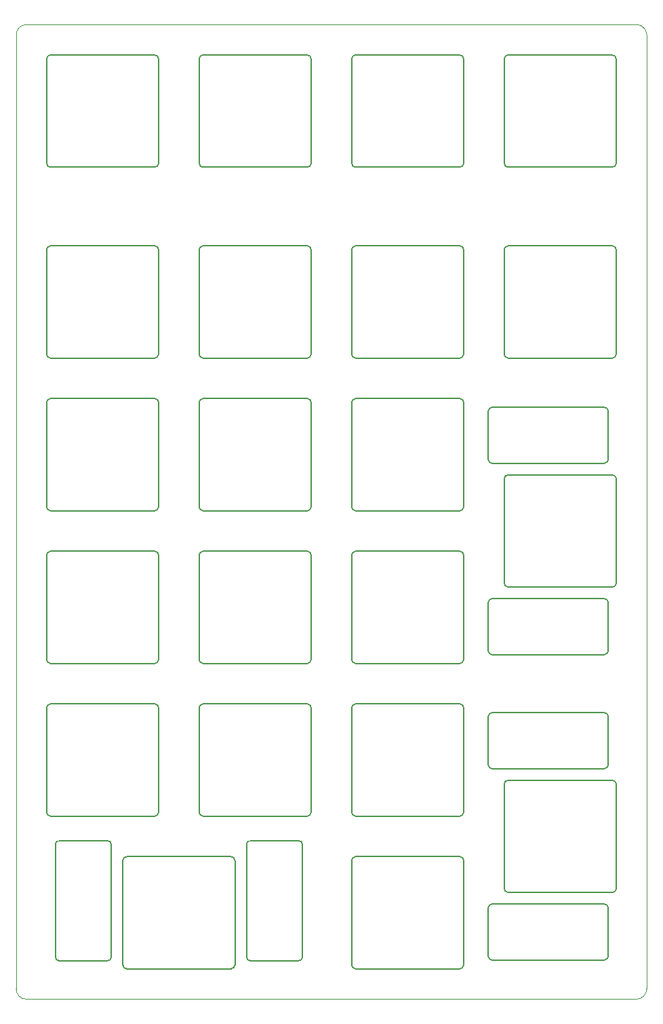
<source format=gbr>
%TF.GenerationSoftware,KiCad,Pcbnew,(6.0.1)*%
%TF.CreationDate,2022-04-10T22:50:01-04:00*%
%TF.ProjectId,plate,706c6174-652e-46b6-9963-61645f706362,rev?*%
%TF.SameCoordinates,Original*%
%TF.FileFunction,Profile,NP*%
%FSLAX46Y46*%
G04 Gerber Fmt 4.6, Leading zero omitted, Abs format (unit mm)*
G04 Created by KiCad (PCBNEW (6.0.1)) date 2022-04-10 22:50:01*
%MOMM*%
%LPD*%
G01*
G04 APERTURE LIST*
%TA.AperFunction,Profile*%
%ADD10C,0.200000*%
%TD*%
%TA.AperFunction,Profile*%
%ADD11C,0.100000*%
%TD*%
G04 APERTURE END LIST*
D10*
X73675500Y-155225000D02*
X67675500Y-155225000D01*
X97862500Y-124262000D02*
G75*
G03*
X97362500Y-124762000I1J-500001D01*
G01*
X61762500Y-137175000D02*
X74762500Y-137175000D01*
X111862500Y-155138000D02*
G75*
G03*
X112362500Y-154638000I-1J500001D01*
G01*
X49799500Y-155225000D02*
G75*
G03*
X50299500Y-154725000I-1J500001D01*
G01*
X42212500Y-98575000D02*
G75*
G03*
X42712500Y-99075000I500001J1D01*
G01*
X80812500Y-56212500D02*
X93812500Y-56212500D01*
X80812500Y-85075000D02*
G75*
G03*
X80312500Y-85575000I1J-500001D01*
G01*
X56212500Y-66525000D02*
G75*
G03*
X55712500Y-66025000I-500001J-1D01*
G01*
X80812500Y-80025000D02*
X93812500Y-80025000D01*
X73675500Y-140225000D02*
X67675500Y-140225000D01*
X99862500Y-80025000D02*
X112862500Y-80025000D01*
X94312500Y-85575000D02*
X94312500Y-98575000D01*
X80812500Y-42212500D02*
X93812500Y-42212500D01*
X94312500Y-85575000D02*
G75*
G03*
X93812500Y-85075000I-500001J-1D01*
G01*
X80312500Y-85575000D02*
X80312500Y-98575000D01*
X99862500Y-42212500D02*
X112862500Y-42212500D01*
X111862500Y-131262000D02*
X97862500Y-131262000D01*
X61262500Y-123675000D02*
X61262500Y-136675000D01*
X97362500Y-86662000D02*
X97362500Y-92662000D01*
X61262500Y-42712500D02*
X61262500Y-55712500D01*
X61262500Y-79525000D02*
G75*
G03*
X61762500Y-80025000I500001J1D01*
G01*
X97362500Y-154638000D02*
G75*
G03*
X97862500Y-155138000I500001J1D01*
G01*
X42712500Y-99075000D02*
X55712500Y-99075000D01*
X55712500Y-80025000D02*
G75*
G03*
X56212500Y-79525000I-1J500001D01*
G01*
X42712500Y-123175000D02*
G75*
G03*
X42212500Y-123675000I1J-500001D01*
G01*
X42212500Y-85575000D02*
X42212500Y-98575000D01*
X80812500Y-118125000D02*
X93812500Y-118125000D01*
X99362500Y-66525000D02*
X99362500Y-79525000D01*
X80812500Y-156225000D02*
X93812500Y-156225000D01*
X94312500Y-123675000D02*
G75*
G03*
X93812500Y-123175000I-500001J-1D01*
G01*
X42212500Y-117625000D02*
G75*
G03*
X42712500Y-118125000I500001J1D01*
G01*
X93812500Y-99075000D02*
G75*
G03*
X94312500Y-98575000I-1J500001D01*
G01*
X74175500Y-154725000D02*
X74175500Y-140725000D01*
X56212500Y-123675000D02*
G75*
G03*
X55712500Y-123175000I-500001J-1D01*
G01*
X112862500Y-146700000D02*
G75*
G03*
X113362500Y-146200000I-1J500001D01*
G01*
X74762500Y-56212500D02*
G75*
G03*
X75262500Y-55712500I-1J500001D01*
G01*
X112862500Y-146700000D02*
X99862500Y-146700000D01*
X42712500Y-85075000D02*
X55712500Y-85075000D01*
X94312500Y-123675000D02*
X94312500Y-136675000D01*
D11*
X115887499Y-160019999D02*
X39687499Y-160019999D01*
D10*
X67175500Y-154725000D02*
G75*
G03*
X67675500Y-155225000I500001J1D01*
G01*
X51737500Y-155725000D02*
G75*
G03*
X52237500Y-156225000I500001J1D01*
G01*
X74762500Y-80025000D02*
G75*
G03*
X75262500Y-79525000I-1J500001D01*
G01*
X80812500Y-66025000D02*
G75*
G03*
X80312500Y-66525000I1J-500001D01*
G01*
X74762500Y-99075000D02*
G75*
G03*
X75262500Y-98575000I-1J500001D01*
G01*
X56212500Y-85575000D02*
X56212500Y-98575000D01*
X113362500Y-66525000D02*
X113362500Y-79525000D01*
X55712500Y-118125000D02*
G75*
G03*
X56212500Y-117625000I-1J500001D01*
G01*
X61762500Y-123175000D02*
G75*
G03*
X61262500Y-123675000I1J-500001D01*
G01*
X61262500Y-85575000D02*
X61262500Y-98575000D01*
X111862500Y-93162000D02*
G75*
G03*
X112362500Y-92662000I-1J500001D01*
G01*
X99362500Y-55712500D02*
G75*
G03*
X99862500Y-56212500I500001J1D01*
G01*
X113362500Y-95100000D02*
G75*
G03*
X112862500Y-94600000I-500001J-1D01*
G01*
X56212500Y-85575000D02*
G75*
G03*
X55712500Y-85075000I-500001J-1D01*
G01*
X80312500Y-136675000D02*
G75*
G03*
X80812500Y-137175000I500001J1D01*
G01*
X42712500Y-80025000D02*
X55712500Y-80025000D01*
X42712500Y-85075000D02*
G75*
G03*
X42212500Y-85575000I1J-500001D01*
G01*
X111862500Y-86162000D02*
X97862500Y-86162000D01*
X80312500Y-117625000D02*
G75*
G03*
X80812500Y-118125000I500001J1D01*
G01*
X42712500Y-56212500D02*
X55712500Y-56212500D01*
X99862500Y-132700000D02*
G75*
G03*
X99362500Y-133200000I1J-500001D01*
G01*
X56212500Y-104625000D02*
G75*
G03*
X55712500Y-104125000I-500001J-1D01*
G01*
X61762500Y-118125000D02*
X74762500Y-118125000D01*
X50299500Y-140725000D02*
G75*
G03*
X49799500Y-140225000I-500001J-1D01*
G01*
X61762500Y-66025000D02*
G75*
G03*
X61262500Y-66525000I1J-500001D01*
G01*
X61762500Y-80025000D02*
X74762500Y-80025000D01*
X42212500Y-79525000D02*
G75*
G03*
X42712500Y-80025000I500001J1D01*
G01*
X112362500Y-86662000D02*
X112362500Y-92662000D01*
X61262500Y-104625000D02*
X61262500Y-117625000D01*
X113362500Y-42712500D02*
X113362500Y-55712500D01*
X112362500Y-110538000D02*
X112362500Y-116538000D01*
X80312500Y-142725000D02*
X80312500Y-155725000D01*
X94312500Y-42712500D02*
G75*
G03*
X93812500Y-42212500I-500001J-1D01*
G01*
X112362500Y-148638000D02*
G75*
G03*
X111862500Y-148138000I-500001J-1D01*
G01*
X97862500Y-86162000D02*
G75*
G03*
X97362500Y-86662000I1J-500001D01*
G01*
X42712500Y-42212500D02*
X55712500Y-42212500D01*
X94312500Y-66525000D02*
G75*
G03*
X93812500Y-66025000I-500001J-1D01*
G01*
X55712500Y-99075000D02*
G75*
G03*
X56212500Y-98575000I-1J500001D01*
G01*
X93812500Y-56212500D02*
G75*
G03*
X94312500Y-55712500I-1J500001D01*
G01*
D11*
X115887499Y-160019999D02*
G75*
G03*
X117157499Y-158749999I1J1269999D01*
G01*
D10*
X99862500Y-42212500D02*
G75*
G03*
X99362500Y-42712500I1J-500001D01*
G01*
X111862500Y-124262000D02*
X97862500Y-124262000D01*
X80812500Y-42212500D02*
G75*
G03*
X80312500Y-42712500I1J-500001D01*
G01*
D11*
X38417499Y-158749999D02*
G75*
G03*
X39687499Y-160019999I1269999J-1D01*
G01*
D10*
X99862500Y-56212500D02*
X112862500Y-56212500D01*
X80812500Y-142225000D02*
X93812500Y-142225000D01*
X94312500Y-142725000D02*
G75*
G03*
X93812500Y-142225000I-500001J-1D01*
G01*
X65237500Y-156225000D02*
G75*
G03*
X65737500Y-155725000I-1J500001D01*
G01*
X61762500Y-85075000D02*
G75*
G03*
X61262500Y-85575000I1J-500001D01*
G01*
D11*
X38417499Y-158749999D02*
X38417499Y-39687499D01*
D10*
X80312500Y-98575000D02*
G75*
G03*
X80812500Y-99075000I500001J1D01*
G01*
X65737500Y-142725000D02*
X65737500Y-155725000D01*
X112362500Y-124762000D02*
X112362500Y-130762000D01*
X112862500Y-94600000D02*
X99862500Y-94600000D01*
X80812500Y-104125000D02*
X93812500Y-104125000D01*
X50299500Y-154725000D02*
X50299500Y-140725000D01*
X113362500Y-133200000D02*
X113362500Y-146200000D01*
X75262500Y-42712500D02*
X75262500Y-55712500D01*
X42712500Y-104125000D02*
G75*
G03*
X42212500Y-104625000I1J-500001D01*
G01*
X73675500Y-155225000D02*
G75*
G03*
X74175500Y-154725000I-1J500001D01*
G01*
X113362500Y-42712500D02*
G75*
G03*
X112862500Y-42212500I-500001J-1D01*
G01*
X61262500Y-117625000D02*
G75*
G03*
X61762500Y-118125000I500001J1D01*
G01*
X74762500Y-137175000D02*
G75*
G03*
X75262500Y-136675000I-1J500001D01*
G01*
X113362500Y-95100000D02*
X113362500Y-108100000D01*
X112862500Y-108600000D02*
G75*
G03*
X113362500Y-108100000I-1J500001D01*
G01*
X94312500Y-66525000D02*
X94312500Y-79525000D01*
X42212500Y-123675000D02*
X42212500Y-136675000D01*
X75262500Y-104625000D02*
X75262500Y-117625000D01*
X75262500Y-85575000D02*
X75262500Y-98575000D01*
X97362500Y-124762000D02*
X97362500Y-130762000D01*
X111862500Y-93162000D02*
X97862500Y-93162000D01*
X97362500Y-116538000D02*
G75*
G03*
X97862500Y-117038000I500001J1D01*
G01*
X111862500Y-131262000D02*
G75*
G03*
X112362500Y-130762000I-1J500001D01*
G01*
X55712500Y-137175000D02*
G75*
G03*
X56212500Y-136675000I-1J500001D01*
G01*
X80812500Y-137175000D02*
X93812500Y-137175000D01*
X80812500Y-123175000D02*
G75*
G03*
X80312500Y-123675000I1J-500001D01*
G01*
X42712500Y-118125000D02*
X55712500Y-118125000D01*
X80312500Y-42712500D02*
X80312500Y-55712500D01*
X99362500Y-79525000D02*
G75*
G03*
X99862500Y-80025000I500001J1D01*
G01*
X42712500Y-66025000D02*
G75*
G03*
X42212500Y-66525000I1J-500001D01*
G01*
X112362500Y-148638000D02*
X112362500Y-154638000D01*
X93812500Y-80025000D02*
G75*
G03*
X94312500Y-79525000I-1J500001D01*
G01*
X42212500Y-104625000D02*
X42212500Y-117625000D01*
X42712500Y-104125000D02*
X55712500Y-104125000D01*
X67175500Y-154725000D02*
X67175500Y-140725000D01*
X94312500Y-142725000D02*
X94312500Y-155725000D01*
X112862500Y-56212500D02*
G75*
G03*
X113362500Y-55712500I-1J500001D01*
G01*
X61262500Y-55712500D02*
G75*
G03*
X61762500Y-56212500I500001J1D01*
G01*
X112862500Y-132700000D02*
X99862500Y-132700000D01*
X52237500Y-142225000D02*
G75*
G03*
X51737500Y-142725000I1J-500001D01*
G01*
X61262500Y-136675000D02*
G75*
G03*
X61762500Y-137175000I500001J1D01*
G01*
X74762500Y-118125000D02*
G75*
G03*
X75262500Y-117625000I-1J500001D01*
G01*
X112862500Y-108600000D02*
X99862500Y-108600000D01*
X52237500Y-156225000D02*
X65237500Y-156225000D01*
X42212500Y-136675000D02*
G75*
G03*
X42712500Y-137175000I500001J1D01*
G01*
X65737500Y-142725000D02*
G75*
G03*
X65237500Y-142225000I-500001J-1D01*
G01*
X99362500Y-42712500D02*
X99362500Y-55712500D01*
X94312500Y-42712500D02*
X94312500Y-55712500D01*
X61262500Y-66525000D02*
X61262500Y-79525000D01*
X55712500Y-56212500D02*
G75*
G03*
X56212500Y-55712500I-1J500001D01*
G01*
X80812500Y-99075000D02*
X93812500Y-99075000D01*
X75262500Y-85575000D02*
G75*
G03*
X74762500Y-85075000I-500001J-1D01*
G01*
X97362500Y-148638000D02*
X97362500Y-154638000D01*
X99862500Y-94600000D02*
G75*
G03*
X99362500Y-95100000I1J-500001D01*
G01*
X93812500Y-118125000D02*
G75*
G03*
X94312500Y-117625000I-1J500001D01*
G01*
X80312500Y-79525000D02*
G75*
G03*
X80812500Y-80025000I500001J1D01*
G01*
X99862500Y-66025000D02*
G75*
G03*
X99362500Y-66525000I1J-500001D01*
G01*
X52237500Y-142225000D02*
X65237500Y-142225000D01*
X56212500Y-42712500D02*
G75*
G03*
X55712500Y-42212500I-500001J-1D01*
G01*
X111862500Y-148138000D02*
X97862500Y-148138000D01*
X80312500Y-66525000D02*
X80312500Y-79525000D01*
X61762500Y-85075000D02*
X74762500Y-85075000D01*
X97362500Y-92662000D02*
G75*
G03*
X97862500Y-93162000I500001J1D01*
G01*
X80812500Y-123175000D02*
X93812500Y-123175000D01*
X112862500Y-80025000D02*
G75*
G03*
X113362500Y-79525000I-1J500001D01*
G01*
X49799500Y-155225000D02*
X43799500Y-155225000D01*
X99362500Y-108100000D02*
G75*
G03*
X99862500Y-108600000I500001J1D01*
G01*
X61762500Y-66025000D02*
X74762500Y-66025000D01*
X42712500Y-42212500D02*
G75*
G03*
X42212500Y-42712500I1J-500001D01*
G01*
X111862500Y-117038000D02*
G75*
G03*
X112362500Y-116538000I-1J500001D01*
G01*
X113362500Y-133200000D02*
G75*
G03*
X112862500Y-132700000I-500001J-1D01*
G01*
X75262500Y-42712500D02*
G75*
G03*
X74762500Y-42212500I-500001J-1D01*
G01*
X56212500Y-104625000D02*
X56212500Y-117625000D01*
X80312500Y-155725000D02*
G75*
G03*
X80812500Y-156225000I500001J1D01*
G01*
X99362500Y-146200000D02*
G75*
G03*
X99862500Y-146700000I500001J1D01*
G01*
X80312500Y-55712500D02*
G75*
G03*
X80812500Y-56212500I500001J1D01*
G01*
X99362500Y-95100000D02*
X99362500Y-108100000D01*
X99862500Y-66025000D02*
X112862500Y-66025000D01*
D11*
X117157499Y-39687499D02*
G75*
G03*
X115887499Y-38417499I-1269999J1D01*
G01*
D10*
X56212500Y-66525000D02*
X56212500Y-79525000D01*
X111862500Y-155138000D02*
X97862500Y-155138000D01*
D11*
X117157499Y-158749999D02*
X117157499Y-39687499D01*
D10*
X42712500Y-66025000D02*
X55712500Y-66025000D01*
X97362500Y-130762000D02*
G75*
G03*
X97862500Y-131262000I500001J1D01*
G01*
X42712500Y-137175000D02*
X55712500Y-137175000D01*
X75262500Y-123675000D02*
X75262500Y-136675000D01*
X42212500Y-55712500D02*
G75*
G03*
X42712500Y-56212500I500001J1D01*
G01*
X75262500Y-66525000D02*
G75*
G03*
X74762500Y-66025000I-500001J-1D01*
G01*
X61762500Y-42212500D02*
G75*
G03*
X61262500Y-42712500I1J-500001D01*
G01*
X99362500Y-133200000D02*
X99362500Y-146200000D01*
X61762500Y-104125000D02*
X74762500Y-104125000D01*
X112362500Y-86662000D02*
G75*
G03*
X111862500Y-86162000I-500001J-1D01*
G01*
X80812500Y-85075000D02*
X93812500Y-85075000D01*
X42212500Y-42712500D02*
X42212500Y-55712500D01*
X42712500Y-123175000D02*
X55712500Y-123175000D01*
X97862500Y-148138000D02*
G75*
G03*
X97362500Y-148638000I1J-500001D01*
G01*
X43299500Y-154725000D02*
X43299500Y-140725000D01*
X80312500Y-123675000D02*
X80312500Y-136675000D01*
X112362500Y-110538000D02*
G75*
G03*
X111862500Y-110038000I-500001J-1D01*
G01*
X74175500Y-140725000D02*
G75*
G03*
X73675500Y-140225000I-500001J-1D01*
G01*
X75262500Y-123675000D02*
G75*
G03*
X74762500Y-123175000I-500001J-1D01*
G01*
X61762500Y-99075000D02*
X74762500Y-99075000D01*
X56212500Y-123675000D02*
X56212500Y-136675000D01*
X61762500Y-123175000D02*
X74762500Y-123175000D01*
X42212500Y-66525000D02*
X42212500Y-79525000D01*
X111862500Y-117038000D02*
X97862500Y-117038000D01*
X80812500Y-66025000D02*
X93812500Y-66025000D01*
X80312500Y-104625000D02*
X80312500Y-117625000D01*
X61762500Y-56212500D02*
X74762500Y-56212500D01*
X93812500Y-156225000D02*
G75*
G03*
X94312500Y-155725000I-1J500001D01*
G01*
X43799500Y-140225000D02*
G75*
G03*
X43299500Y-140725000I1J-500001D01*
G01*
X75262500Y-104625000D02*
G75*
G03*
X74762500Y-104125000I-500001J-1D01*
G01*
X43299500Y-154725000D02*
G75*
G03*
X43799500Y-155225000I500001J1D01*
G01*
X56212500Y-42712500D02*
X56212500Y-55712500D01*
X80812500Y-142225000D02*
G75*
G03*
X80312500Y-142725000I1J-500001D01*
G01*
X94312500Y-104625000D02*
G75*
G03*
X93812500Y-104125000I-500001J-1D01*
G01*
X61762500Y-104125000D02*
G75*
G03*
X61262500Y-104625000I1J-500001D01*
G01*
D11*
X115887499Y-38417499D02*
X39687499Y-38417499D01*
D10*
X49799500Y-140225000D02*
X43799500Y-140225000D01*
X94312500Y-104625000D02*
X94312500Y-117625000D01*
X111862500Y-110038000D02*
X97862500Y-110038000D01*
X113362500Y-66525000D02*
G75*
G03*
X112862500Y-66025000I-500001J-1D01*
G01*
X75262500Y-66525000D02*
X75262500Y-79525000D01*
X93812500Y-137175000D02*
G75*
G03*
X94312500Y-136675000I-1J500001D01*
G01*
X61262500Y-98575000D02*
G75*
G03*
X61762500Y-99075000I500001J1D01*
G01*
X51737500Y-142725000D02*
X51737500Y-155725000D01*
X67675500Y-140225000D02*
G75*
G03*
X67175500Y-140725000I1J-500001D01*
G01*
X97362500Y-110538000D02*
X97362500Y-116538000D01*
D11*
X39687499Y-38417499D02*
G75*
G03*
X38417499Y-39687499I-1J-1269999D01*
G01*
D10*
X61762500Y-42212500D02*
X74762500Y-42212500D01*
X97862500Y-110038000D02*
G75*
G03*
X97362500Y-110538000I1J-500001D01*
G01*
X112362500Y-124762000D02*
G75*
G03*
X111862500Y-124262000I-500001J-1D01*
G01*
X80812500Y-104125000D02*
G75*
G03*
X80312500Y-104625000I1J-500001D01*
G01*
M02*

</source>
